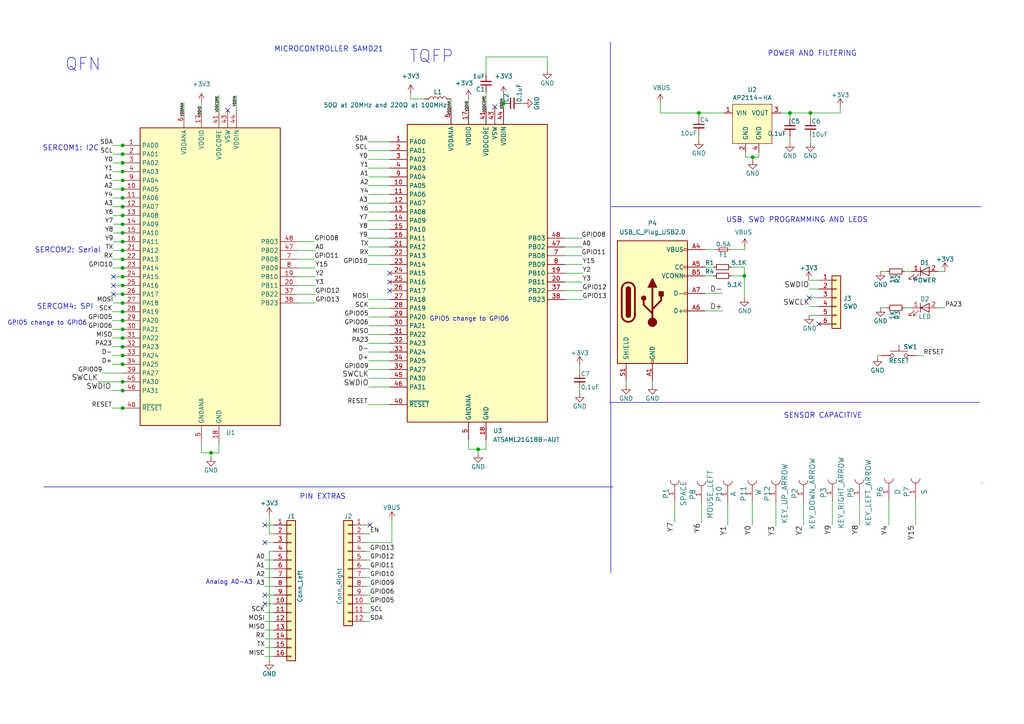
<source format=kicad_sch>
(kicad_sch (version 20230121) (generator eeschema)
  (paper "A4")
  (title_block (title "Meow Meow") (date "2022-05-30") (rev "3.1") (company "Electronic Cats") (comment 1 "Andres Sabas") (comment 2 "[OSHW] MX000003 | Certified open source hardware | oshwa.org/cert."))
  (junction (at 35.56 47.244))
  (junction (at 35.56 52.324))
  (junction (at 35.56 72.644))
  (junction (at 35.56 118.364))
  (junction (at 35.56 95.504))
  (junction (at 35.56 85.344))
  (junction (at 215.9 80.01))
  (junction (at 35.56 44.704))
  (junction (at 35.56 67.564))
  (junction (at 35.56 87.884))
  (junction (at 138.684 130.302))
  (junction (at 35.56 92.964))
  (junction (at 35.56 77.724))
  (junction (at 218.313 45.593))
  (junction (at 35.56 103.124))
  (junction (at 35.56 105.664))
  (junction (at 35.56 57.404))
  (junction (at 35.56 49.784))
  (junction (at 35.56 110.744))
  (junction (at 35.56 100.584))
  (junction (at 146.05 29.972))
  (junction (at 35.56 98.044))
  (junction (at 35.56 82.804))
  (junction (at 35.56 42.164))
  (junction (at 229.108 32.766))
  (junction (at 61.214 131.318))
  (junction (at 35.56 59.944))
  (junction (at 35.56 113.284))
  (junction (at 35.56 54.864))
  (junction (at 35.56 62.484))
  (junction (at 202.692 32.766))
  (junction (at 35.56 70.104))
  (junction (at 235.077 32.766))
  (junction (at 35.56 75.184))
  (junction (at 35.56 90.424))
  (junction (at 35.56 80.264))
  (junction (at 35.56 65.024))
  (no_connect (at 113.03 81.788))
  (no_connect (at 113.03 84.328))
  (no_connect (at 113.03 79.248))
  (no_connect (at 234.696 86.36))
  (no_connect (at 143.51 30.988))
  (no_connect (at 32.893 82.804))
  (no_connect (at 76.835 152.273))
  (no_connect (at 76.835 172.593))
  (no_connect (at 76.835 157.353))
  (no_connect (at 107.315 152.273))
  (no_connect (at 237.49 93.98))
  (no_connect (at 32.893 80.264))
  (no_connect (at 66.04 32.004))
  (no_connect (at 32.893 85.344))
  (no_connect (at 76.835 175.133))
  (wire (pts (xy 106.045 175.133) (xy 107.315 175.133)))
  (wire (pts (xy 106.045 177.673) (xy 107.315 177.673)))
  (wire (pts (xy 79.375 164.973) (xy 76.835 164.973)))
  (wire (pts (xy 265.557 145.1864) (xy 265.557 152.2984)))
  (wire (pts (xy 135.89 127.508) (xy 135.89 130.302)))
  (wire (pts (xy 35.56 90.424) (xy 32.639 90.424)))
  (wire (pts (xy 79.375 190.373) (xy 76.835 190.373)))
  (wire (pts (xy 106.68 64.008) (xy 113.03 64.008)))
  (wire (pts (xy 79.375 162.433) (xy 76.835 162.433)))
  (wire (pts (xy 257.302 78.74) (xy 255.397 78.74)))
  (wire (pts (xy 35.56 82.804) (xy 32.893 82.804)))
  (wire (pts (xy 106.68 69.088) (xy 113.03 69.088)))
  (wire (pts (xy 151.13 29.972) (xy 151.892 29.972)))
  (wire (pts (xy 106.934 91.948) (xy 113.03 91.948)))
  (wire (pts (xy 35.687 54.864) (xy 35.56 54.864)))
  (wire (pts (xy 249.301 145.4404) (xy 249.301 152.1714)))
  (wire (pts (xy 35.56 103.124) (xy 32.512 103.124)))
  (wire (pts (xy 86.36 75.184) (xy 91.186 75.184)))
  (wire (pts (xy 158.75 16.51) (xy 140.97 16.51)))
  (wire (pts (xy 35.56 113.284) (xy 32.258 113.284)))
  (wire (pts (xy 229.108 39.497) (xy 229.108 41.402)))
  (wire (pts (xy 225.044 145.6944) (xy 225.044 152.5524)))
  (wire (pts (xy 191.516 32.766) (xy 202.692 32.766)))
  (wire (pts (xy 106.934 99.568) (xy 113.03 99.568)))
  (polyline (pts (xy 177.038 59.944) (xy 284.607 59.944)))
  (wire (pts (xy 35.687 90.424) (xy 35.56 90.424)))
  (wire (pts (xy 106.045 172.593) (xy 107.315 172.593)))
  (wire (pts (xy 29.718 108.204) (xy 35.56 108.204)))
  (wire (pts (xy 35.56 118.364) (xy 32.512 118.364)))
  (wire (pts (xy 138.684 130.302) (xy 140.97 130.302)))
  (wire (pts (xy 216.281 45.593) (xy 218.313 45.593)))
  (wire (pts (xy 79.375 180.213) (xy 76.835 180.213)))
  (wire (pts (xy 135.89 30.988) (xy 135.89 28.702)))
  (wire (pts (xy 220.091 45.593) (xy 218.313 45.593)))
  (wire (pts (xy 237.49 91.44) (xy 234.696 91.44)))
  (wire (pts (xy 35.56 92.964) (xy 32.639 92.964)))
  (wire (pts (xy 35.687 118.364) (xy 35.56 118.364)))
  (wire (pts (xy 58.42 32.004) (xy 58.42 29.718)))
  (wire (pts (xy 202.692 32.766) (xy 209.931 32.766)))
  (wire (pts (xy 35.56 70.104) (xy 32.893 70.104)))
  (wire (pts (xy 35.56 75.184) (xy 32.766 75.184)))
  (wire (pts (xy 35.687 72.644) (xy 35.56 72.644)))
  (wire (pts (xy 106.934 86.868) (xy 113.03 86.868)))
  (wire (pts (xy 215.9 86.36) (xy 215.9 80.01)))
  (wire (pts (xy 272.034 89.281) (xy 274.066 89.281)))
  (wire (pts (xy 168.148 112.776) (xy 168.148 114.046)))
  (wire (pts (xy 163.83 84.328) (xy 168.91 84.328)))
  (wire (pts (xy 35.56 57.404) (xy 32.766 57.404)))
  (wire (pts (xy 58.42 128.524) (xy 58.42 131.318)))
  (wire (pts (xy 130.81 28.702) (xy 130.81 30.988)))
  (wire (pts (xy 79.375 170.053) (xy 76.835 170.053)))
  (wire (pts (xy 79.375 154.813) (xy 78.105 154.813)))
  (wire (pts (xy 35.56 44.704) (xy 35.687 44.704)))
  (wire (pts (xy 106.68 117.348) (xy 113.03 117.348)))
  (wire (pts (xy 61.214 131.318) (xy 63.5 131.318)))
  (wire (pts (xy 35.687 70.104) (xy 35.56 70.104)))
  (wire (pts (xy 106.934 104.648) (xy 113.03 104.648)))
  (wire (pts (xy 35.687 49.784) (xy 35.56 49.784)))
  (wire (pts (xy 237.49 88.9) (xy 234.823 88.9)))
  (wire (pts (xy 135.89 130.302) (xy 138.684 130.302)))
  (polyline (pts (xy 12.7 141.224) (xy 177.8 141.224)))
  (wire (pts (xy 35.56 67.564) (xy 32.893 67.564)))
  (polyline (pts (xy 177.038 12.319) (xy 176.911 12.319)))
  (wire (pts (xy 216.281 44.196) (xy 216.281 45.593)))
  (wire (pts (xy 138.684 130.302) (xy 138.684 131.572)))
  (wire (pts (xy 106.045 167.513) (xy 107.315 167.513)))
  (wire (pts (xy 35.56 95.504) (xy 32.639 95.504)))
  (wire (pts (xy 35.687 103.124) (xy 35.56 103.124)))
  (wire (pts (xy 215.9 80.01) (xy 215.9 77.47)))
  (wire (pts (xy 235.077 32.766) (xy 235.077 34.417)))
  (wire (pts (xy 123.19 28.702) (xy 119.126 28.702)))
  (wire (pts (xy 140.97 16.51) (xy 140.97 21.59)))
  (wire (pts (xy 86.36 85.344) (xy 91.44 85.344)))
  (wire (pts (xy 106.934 48.768) (xy 113.03 48.768)))
  (wire (pts (xy 35.56 65.024) (xy 32.893 65.024)))
  (wire (pts (xy 140.97 130.302) (xy 140.97 127.508)))
  (wire (pts (xy 106.68 76.708) (xy 113.03 76.708)))
  (wire (pts (xy 35.687 92.964) (xy 35.56 92.964)))
  (wire (pts (xy 35.56 85.344) (xy 32.893 85.344)))
  (wire (pts (xy 218.186 145.6944) (xy 218.186 152.2984)))
  (wire (pts (xy 106.045 164.973) (xy 107.315 164.973)))
  (wire (pts (xy 163.83 69.088) (xy 168.656 69.088)))
  (wire (pts (xy 106.934 74.168) (xy 113.03 74.168)))
  (wire (pts (xy 106.68 58.928) (xy 113.03 58.928)))
  (wire (pts (xy 212.09 80.01) (xy 215.9 80.01)))
  (wire (pts (xy 106.934 61.468) (xy 113.03 61.468)))
  (wire (pts (xy 106.934 102.108) (xy 113.03 102.108)))
  (wire (pts (xy 119.126 27.178) (xy 119.126 28.702)))
  (wire (pts (xy 264.414 78.74) (xy 262.382 78.74)))
  (wire (pts (xy 212.344 72.39) (xy 216.027 72.39)))
  (wire (pts (xy 163.83 74.168) (xy 168.656 74.168)))
  (wire (pts (xy 86.36 80.264) (xy 91.44 80.264)))
  (wire (pts (xy 79.375 185.293) (xy 76.835 185.293)))
  (wire (pts (xy 35.687 100.584) (xy 35.56 100.584)))
  (polyline (pts (xy 177.038 116.713) (xy 177.038 59.944)))
  (wire (pts (xy 237.49 86.36) (xy 234.696 86.36)))
  (wire (pts (xy 106.934 112.268) (xy 113.03 112.268)))
  (wire (pts (xy 106.045 152.273) (xy 107.315 152.273)))
  (wire (pts (xy 35.687 42.164) (xy 35.56 42.164)))
  (wire (pts (xy 35.687 105.664) (xy 35.56 105.664)))
  (wire (pts (xy 163.83 71.628) (xy 168.91 71.628)))
  (wire (pts (xy 168.148 105.918) (xy 168.148 107.696)))
  (wire (pts (xy 35.56 100.584) (xy 32.512 100.584)))
  (wire (pts (xy 218.313 45.593) (xy 218.313 46.482)))
  (polyline (pts (xy 284.226 116.713) (xy 176.784 116.713)))
  (wire (pts (xy 202.692 34.036) (xy 202.692 32.766)))
  (wire (pts (xy 255.651 103.124) (xy 254.508 103.124)))
  (wire (pts (xy 58.42 131.318) (xy 61.214 131.318)))
  (wire (pts (xy 86.36 70.104) (xy 91.186 70.104)))
  (wire (pts (xy 35.56 80.264) (xy 32.893 80.264)))
  (wire (pts (xy 79.375 157.353) (xy 76.835 157.353)))
  (wire (pts (xy 63.5 131.318) (xy 63.5 128.524)))
  (wire (pts (xy 35.56 59.944) (xy 32.766 59.944)))
  (wire (pts (xy 35.687 85.344) (xy 35.56 85.344)))
  (wire (pts (xy 35.56 105.664) (xy 32.512 105.664)))
  (wire (pts (xy 86.36 77.724) (xy 91.44 77.724)))
  (wire (pts (xy 257.302 89.281) (xy 255.397 89.281)))
  (wire (pts (xy 106.68 41.148) (xy 113.03 41.148)))
  (wire (pts (xy 63.5 27.686) (xy 63.5 32.004)))
  (wire (pts (xy 243.713 32.766) (xy 243.713 31.115)))
  (wire (pts (xy 229.108 32.766) (xy 235.077 32.766)))
  (wire (pts (xy 106.045 154.813) (xy 107.315 154.813)))
  (wire (pts (xy 163.83 81.788) (xy 168.91 81.788)))
  (wire (pts (xy 146.05 27.686) (xy 146.05 29.972)))
  (wire (pts (xy 106.68 43.688) (xy 113.03 43.688)))
  (wire (pts (xy 106.934 94.488) (xy 113.03 94.488)))
  (wire (pts (xy 106.68 46.228) (xy 113.03 46.228)))
  (wire (pts (xy 35.56 87.884) (xy 32.893 87.884)))
  (wire (pts (xy 35.687 95.504) (xy 35.56 95.504)))
  (wire (pts (xy 265.811 103.124) (xy 267.843 103.124)))
  (wire (pts (xy 106.045 157.353) (xy 113.665 157.353)))
  (wire (pts (xy 204.47 77.47) (xy 207.01 77.47)))
  (wire (pts (xy 106.934 97.028) (xy 113.03 97.028)))
  (wire (pts (xy 106.934 107.188) (xy 113.03 107.188)))
  (wire (pts (xy 203.454 145.9484) (xy 203.454 151.6634)))
  (wire (pts (xy 106.68 66.548) (xy 113.03 66.548)))
  (wire (pts (xy 35.687 52.324) (xy 35.56 52.324)))
  (wire (pts (xy 106.045 159.893) (xy 107.315 159.893)))
  (wire (pts (xy 79.375 177.673) (xy 76.835 177.673)))
  (wire (pts (xy 163.83 79.248) (xy 168.91 79.248)))
  (wire (pts (xy 215.9 77.47) (xy 212.09 77.47)))
  (wire (pts (xy 35.56 62.484) (xy 32.893 62.484)))
  (wire (pts (xy 35.56 98.044) (xy 32.639 98.044)))
  (wire (pts (xy 78.105 149.733) (xy 78.105 154.813)))
  (wire (pts (xy 204.47 90.17) (xy 209.55 90.17)))
  (wire (pts (xy 35.56 110.744) (xy 35.687 110.744)))
  (polyline (pts (xy 177.165 116.713) (xy 177.165 166.116)))
  (wire (pts (xy 32.766 44.704) (xy 35.56 44.704)))
  (wire (pts (xy 181.61 110.49) (xy 181.61 111.76)))
  (wire (pts (xy 106.045 170.053) (xy 107.315 170.053)))
  (wire (pts (xy 216.027 72.39) (xy 216.027 71.755)))
  (wire (pts (xy 257.81 145.1864) (xy 257.81 152.2984)))
  (wire (pts (xy 79.375 152.273) (xy 76.835 152.273)))
  (wire (pts (xy 106.934 71.628) (xy 113.03 71.628)))
  (wire (pts (xy 106.045 180.213) (xy 107.315 180.213)))
  (wire (pts (xy 35.56 49.784) (xy 32.766 49.784)))
  (wire (pts (xy 106.934 109.728) (xy 113.03 109.728)))
  (wire (pts (xy 204.47 72.39) (xy 207.264 72.39)))
  (wire (pts (xy 35.687 57.404) (xy 35.56 57.404)))
  (wire (pts (xy 220.091 44.196) (xy 220.091 45.593)))
  (wire (pts (xy 237.49 81.28) (xy 234.569 81.28)))
  (wire (pts (xy 35.56 42.164) (xy 32.766 42.164)))
  (wire (pts (xy 79.375 172.593) (xy 76.835 172.593)))
  (wire (pts (xy 35.687 98.044) (xy 35.56 98.044)))
  (wire (pts (xy 233.045 145.6944) (xy 233.045 152.4254)))
  (wire (pts (xy 79.375 175.133) (xy 76.835 175.133)))
  (wire (pts (xy 140.97 26.67) (xy 140.97 30.988)))
  (wire (pts (xy 35.687 77.724) (xy 35.56 77.724)))
  (wire (pts (xy 35.687 47.244) (xy 35.56 47.244)))
  (wire (pts (xy 163.83 76.708) (xy 168.91 76.708)))
  (wire (pts (xy 235.077 39.497) (xy 235.077 41.402)))
  (wire (pts (xy 35.56 72.644) (xy 32.893 72.644)))
  (wire (pts (xy 35.687 65.024) (xy 35.56 65.024)))
  (wire (pts (xy 35.687 80.264) (xy 35.56 80.264)))
  (wire (pts (xy 204.47 80.01) (xy 207.01 80.01)))
  (wire (pts (xy 35.56 77.724) (xy 32.766 77.724)))
  (wire (pts (xy 189.23 110.49) (xy 189.23 111.76)))
  (wire (pts (xy 28.321 110.744) (xy 35.56 110.744)))
  (wire (pts (xy 146.05 29.972) (xy 146.05 30.988)))
  (wire (pts (xy 35.56 54.864) (xy 32.766 54.864)))
  (wire (pts (xy 35.56 47.244) (xy 32.766 47.244)))
  (wire (pts (xy 237.49 83.82) (xy 234.696 83.82)))
  (wire (pts (xy 79.375 167.513) (xy 76.835 167.513)))
  (wire (pts (xy 158.75 20.32) (xy 158.75 16.51)))
  (wire (pts (xy 106.934 53.848) (xy 113.03 53.848)))
  (polyline (pts (xy 284.861 140.081) (xy 284.861 140.208)))
  (wire (pts (xy 106.934 51.308) (xy 113.03 51.308)))
  (wire (pts (xy 53.34 29.718) (xy 53.34 32.004)))
  (wire (pts (xy 79.375 159.893) (xy 78.105 159.893)))
  (wire (pts (xy 68.58 27.686) (xy 68.58 32.004)))
  (wire (pts (xy 211.074 145.8214) (xy 211.074 152.4254)))
  (wire (pts (xy 202.692 39.116) (xy 202.692 40.64)))
  (wire (pts (xy 35.56 52.324) (xy 32.766 52.324)))
  (polyline (pts (xy 177.038 59.69) (xy 177.038 12.319)))
  (wire (pts (xy 35.687 87.884) (xy 35.56 87.884)))
  (wire (pts (xy 191.516 32.766) (xy 191.516 29.845)))
  (wire (pts (xy 106.045 162.433) (xy 107.315 162.433)))
  (wire (pts (xy 254.508 103.124) (xy 254.508 103.632)))
  (wire (pts (xy 113.665 151.003) (xy 113.665 157.353)))
  (wire (pts (xy 86.36 82.804) (xy 91.44 82.804)))
  (wire (pts (xy 35.687 59.944) (xy 35.56 59.944)))
  (wire (pts (xy 35.687 67.564) (xy 35.56 67.564)))
  (wire (pts (xy 35.687 113.284) (xy 35.56 113.284)))
  (wire (pts (xy 163.83 86.868) (xy 168.91 86.868)))
  (wire (pts (xy 264.414 89.281) (xy 262.382 89.281)))
  (wire (pts (xy 235.077 32.766) (xy 243.713 32.766)))
  (wire (pts (xy 61.214 131.318) (xy 61.214 132.588)))
  (wire (pts (xy 106.934 56.388) (xy 113.03 56.388)))
  (wire (pts (xy 79.375 187.833) (xy 76.835 187.833)))
  (wire (pts (xy 272.034 78.74) (xy 274.066 78.74)))
  (wire (pts (xy 35.687 62.484) (xy 35.56 62.484)))
  (wire (pts (xy 241.427 145.4404) (xy 241.427 152.1714)))
  (wire (pts (xy 79.375 182.753) (xy 76.835 182.753)))
  (wire (pts (xy 86.36 87.884) (xy 91.44 87.884)))
  (wire (pts (xy 195.707 145.6944) (xy 195.707 151.4094)))
  (wire (pts (xy 35.687 75.184) (xy 35.56 75.184)))
  (wire (pts (xy 78.105 159.893) (xy 78.105 191.643)))
  (wire (pts (xy 229.108 34.417) (xy 229.108 32.766)))
  (wire (pts (xy 35.687 82.804) (xy 35.56 82.804)))
  (wire (pts (xy 106.934 89.408) (xy 113.03 89.408)))
  (wire (pts (xy 86.36 72.644) (xy 91.44 72.644)))
  (wire (pts (xy 204.47 85.09) (xy 209.55 85.09)))
  (wire (pts (xy 226.441 32.766) (xy 229.108 32.766)))
  (text "USB, SWD PROGRAMMING AND LEDS" (at 210.566 64.77 0) (effects (font (size 1.524 1.524)) (justify left bottom)))
  (text "PIN EXTRAS" (at 86.868 145.034 0) (effects (font (size 1.524 1.524)) (justify left bottom)))
  (text "GPIO5 change to GPIO6" (at 124.587 93.345 0) (effects (font (size 1.27 1.27)) (justify left bottom)))
  (text "Analog A0-A3" (at 59.6392 169.672 0) (effects (font (size 1.27 1.27)) (justify left bottom)))
  (text "SERCOM2: Serial" (at 10.033 73.533 0) (effects (font (size 1.524 1.524)) (justify left bottom)))
  (text "MICROCONTROLLER SAMD21" (at 79.502 15.24 0) (effects (font (size 1.524 1.524)) (justify left bottom)))
  (text "POWER AND FILTERING" (at 222.631 16.51 0) (effects (font (size 1.524 1.524)) (justify left bottom)))
  (text "TQFP" (at 118.618 18.542 0) (effects (font (size 3.5052 3.5052)) (justify left bottom)))
  (text "SENSOR CAPACITIVE" (at 227.2792 121.5136 0) (effects (font (size 1.524 1.524)) (justify left bottom)))
  (text "SERCOM1: I2C" (at 12.319 43.942 0) (effects (font (size 1.524 1.524)) (justify left bottom)))
  (text "GPIO5 change to GPIO6" (at 2.159 94.488 0) (effects (font (size 1.27 1.27)) (justify left bottom)))
  (text "QFN" (at 18.796 20.828 0) (effects (font (size 3.5052 3.5052)) (justify left bottom)))
  (text "SERCOM4: SPI" (at 10.668 89.916 0) (effects (font (size 1.524 1.524)) (justify left bottom)))
  (label "MISO" (at 32.639 98.044 180))
  (label "GPIO08" (at 91.186 70.104 0))
  (label "SCL" (at 107.315 177.673 0))
  (label "GPIO10" (at 32.766 77.724 180))
  (label "Y8" (at 249.301 152.1714 270) (effects (font (size 1.524 1.524))))
  (label "GPIO05" (at 106.934 91.948 180))
  (label "Y1" (at 106.934 48.768 180))
  (label "RESET" (at 32.512 118.364 180))
  (label "GPIO06" (at 106.934 94.488 180))
  (label "A1" (at 106.934 51.308 180))
  (label "D-" (at 32.512 103.124 180))
  (label "GPIO10" (at 107.315 167.513 0))
  (label "Y3" (at 225.044 152.5524 270) (effects (font (size 1.524 1.524))))
  (label "Y8" (at 32.893 67.564 180))
  (label "Y9" (at 32.893 70.104 180))
  (label "VDDCORE" (at 63.5 27.686 270) (effects (font (size 0.7 0.7))))
  (label "A3" (at 76.835 170.053 180))
  (label "Y0" (at 106.68 46.228 180))
  (label "Y7" (at 195.707 151.4094 270) (effects (font (size 1.524 1.524))))
  (label "GPIO05" (at 107.315 175.133 0))
  (label "SDA" (at 32.766 42.164 180))
  (label "GPIO11" (at 168.656 74.168 0))
  (label "A3" (at 32.766 59.944 180))
  (label "A1" (at 76.835 164.973 180))
  (label "VDDIN" (at 146.05 28.448 270) (effects (font (size 0.7 0.7))))
  (label "A3" (at 106.68 58.928 180))
  (label "VDDIO" (at 58.42 30.734 270) (effects (font (size 0.7 0.7))))
  (label "Y6" (at 106.934 61.468 180))
  (label "SWDIO" (at 32.258 113.284 180) (effects (font (size 1.524 1.524))))
  (label "GPIO13" (at 107.315 159.893 0))
  (label "SWCLK" (at 234.823 88.9 180) (effects (font (size 1.524 1.524))))
  (label "GPIO06" (at 32.639 95.504 180))
  (label "EN" (at 107.315 154.813 0))
  (label "Y6" (at 203.454 151.6634 270) (effects (font (size 1.524 1.524))))
  (label "A0" (at 76.835 162.433 180))
  (label "Y15" (at 265.557 152.2984 270) (effects (font (size 1.524 1.524))))
  (label "Y9" (at 106.68 69.088 180))
  (label "Y4" (at 257.81 152.2984 270) (effects (font (size 1.524 1.524))))
  (label "RESET" (at 267.843 103.124 0))
  (label "Y15" (at 91.44 77.724 0))
  (label "SCL" (at 32.766 44.704 180))
  (label "VDDCORE" (at 140.97 27.686 270) (effects (font (size 0.7 0.7))))
  (label "VDDANA" (at 53.34 29.718 270) (effects (font (size 0.7 0.7))))
  (label "RX" (at 32.766 75.184 180))
  (label "D-" (at 209.55 85.09 180) (effects (font (size 1.524 1.524))))
  (label "MOSI" (at 106.934 86.868 180))
  (label "D+" (at 106.934 104.648 180))
  (label "SWDIO" (at 234.696 83.82 180) (effects (font (size 1.524 1.524))))
  (label "A0" (at 168.91 71.628 0))
  (label "Y2" (at 168.91 79.248 0))
  (label "SWDIO" (at 106.934 112.268 180) (effects (font (size 1.524 1.524))))
  (label "MISO" (at 76.835 182.753 180))
  (label "RX" (at 76.835 185.293 180))
  (label "SWCLK" (at 28.448 110.744 180) (effects (font (size 1.524 1.524))))
  (label "SCK" (at 32.639 90.424 180))
  (label "GPIO09" (at 107.315 170.053 0))
  (label "SDA" (at 106.68 41.148 180))
  (label "GPIO11" (at 107.315 164.973 0))
  (label "TX" (at 32.893 72.644 180))
  (label "RESET" (at 106.68 117.348 180))
  (label "GPIO10" (at 106.68 76.708 180))
  (label "Y2" (at 91.44 80.264 0))
  (label "VDDANA" (at 130.81 29.21 270) (effects (font (size 0.7 0.7))))
  (label "GPIO09" (at 106.934 107.188 180))
  (label "SCL" (at 106.68 43.688 180))
  (label "Y3" (at 91.44 82.804 0))
  (label "GPIO12" (at 107.315 162.433 0))
  (label "MISC" (at 76.835 190.373 180))
  (label "Y8" (at 106.68 66.548 180))
  (label "A1" (at 32.766 52.324 180))
  (label "Y7" (at 32.893 65.024 180))
  (label "A2" (at 32.766 54.864 180))
  (label "GPIO11" (at 91.186 75.184 0))
  (label "SCK" (at 76.835 177.673 180))
  (label "Y2" (at 233.045 152.4254 270) (effects (font (size 1.524 1.524))))
  (label "VDDIN" (at 68.58 27.686 270) (effects (font (size 0.7 0.7))))
  (label "GPIO13" (at 91.44 87.884 0))
  (label "GPIO13" (at 168.91 86.868 0))
  (label "PA23" (at 106.934 99.568 180))
  (label "Y0" (at 218.186 152.2984 270) (effects (font (size 1.524 1.524))))
  (label "D+" (at 32.512 105.664 180))
  (label "RX" (at 106.934 74.168 180))
  (label "VDDIO" (at 135.89 29.21 270) (effects (font (size 0.7 0.7))))
  (label "GPIO12" (at 91.44 85.344 0))
  (label "GPIO05" (at 32.639 92.964 180))
  (label "SWCLK" (at 106.934 109.728 180) (effects (font (size 1.524 1.524))))
  (label "TX" (at 106.934 71.628 180))
  (label "PA23" (at 274.066 89.281 0))
  (label "D+" (at 209.55 90.17 180) (effects (font (size 1.524 1.524))))
  (label "SCK" (at 106.934 89.408 180))
  (label "Y7" (at 106.68 64.008 180))
  (label "A0" (at 91.44 72.644 0))
  (label "SDA" (at 107.315 180.213 0))
  (label "GPIO09" (at 29.718 108.204 180))
  (label "D-" (at 106.934 102.108 180))
  (label "Y4" (at 106.934 56.388 180))
  (label "Y4" (at 32.766 57.404 180))
  (label "Y15" (at 168.91 76.708 0))
  (label "Y1" (at 32.766 49.784 180))
  (label "Y9" (at 241.427 152.1714 270) (effects (font (size 1.524 1.524))))
  (label "Y6" (at 32.893 62.484 180))
  (label "TX" (at 76.835 187.833 180))
  (label "MISO" (at 106.934 97.028 180))
  (label "Y3" (at 168.91 81.788 0))
  (label "MOSI" (at 32.893 87.884 180))
  (label "MOSI" (at 76.835 180.213 180))
  (label "GPIO12" (at 168.91 84.328 0))
  (label "PA23" (at 32.512 100.584 180))
  (label "Y1" (at 211.074 152.4254 270) (effects (font (size 1.524 1.524))))
  (label "A2" (at 106.934 53.848 180))
  (label "A2" (at 76.835 167.513 180))
  (label "GPIO06" (at 107.315 172.593 0))
  (label "GPIO08" (at 168.656 69.088 0))
  (label "Y0" (at 32.766 47.244 180))
  (symbol (lib_id "Meow-Meow-rescue:GND-MeowMeow-Meow-Meow-rescue-Meow-Meow-rescue-Meow-Meow-rescue") (at 189.23 111.76 0) (mirror y) (unit 1)
    (property "Reference" "#PWR01" (effects hide))
    (property "Value" "GND" (at 189.23 115.57 0))
  )
  (symbol (lib_id "Meow-Meow-rescue:CONN_01X01_FEMALE-MeowMeow-Meow-Meow-rescue-Meow-Meow-rescue-Meow-Meow-rescue") (at 265.557 142.6464 90) (unit 1)
    (property "Reference" "P7" (at 263.017 142.6464 0) (effects (font (size 1.524 1.524))))
    (property "Value" "S" (at 268.097 142.6464 0) (effects (font (size 1.524 1.524))))
    (property "Footprint" "Connectors_EC:SEWALLI_renew" (effects hide))
    (property "Part#" "---" (effects hide))
    (property "manf#" "---" (effects hide))
  )
  (symbol (lib_id "Meow-Meow-rescue:CONN_01X01_FEMALE-MeowMeow-Meow-Meow-rescue-Meow-Meow-rescue-Meow-Meow-rescue") (at 257.81 142.6464 90) (unit 1)
    (property "Reference" "P6" (at 255.27 142.6464 0) (effects (font (size 1.524 1.524))))
    (property "Value" "D" (at 260.35 142.6464 0) (effects (font (size 1.524 1.524))))
    (property "Footprint" "Connectors_EC:SEWALLI_renew" (effects hide))
    (property "Part#" "---" (effects hide))
    (property "manf#" "---" (effects hide))
  )
  (symbol (lib_id "Meow-Meow-rescue:CONN_01X01_FEMALE-MeowMeow-Meow-Meow-rescue-Meow-Meow-rescue-Meow-Meow-rescue") (at 241.427 142.9004 90) (unit 1)
    (property "Reference" "P3" (at 238.887 142.9004 0) (effects (font (size 1.524 1.524))))
    (property "Value" "KEY_RIGHT_ARROW" (at 243.967 142.9004 0) (effects (font (size 1.524 1.524))))
    (property "Footprint" "Connectors_EC:SEWALLI_renew" (effects hide))
    (property "Part#" "---" (effects hide))
    (property "manf#" "---" (effects hide))
  )
  (symbol (lib_id "Meow-Meow-rescue:CONN_01X01_FEMALE-MeowMeow-Meow-Meow-rescue-Meow-Meow-rescue-Meow-Meow-rescue") (at 233.045 143.1544 90) (unit 1)
    (property "Reference" "P2" (at 230.505 143.1544 0) (effects (font (size 1.524 1.524))))
    (property "Value" "KEY_DOWN_ARROW" (at 235.585 143.1544 0) (effects (font (size 1.524 1.524))))
    (property "Footprint" "Connectors_EC:SEWALLI_renew" (effects hide))
    (property "Part#" "---" (effects hide))
    (property "manf#" "---" (effects hide))
  )
  (symbol (lib_id "Meow-Meow-rescue:C_Small-MeowMeow-Meow-Meow-rescue-Meow-Meow-rescue-Meow-Meow-rescue") (at 202.692 36.576 0) (unit 1)
    (property "Reference" "C4" (at 202.946 34.798 0) (effects (justify left)))
    (property "Value" "10uF" (at 197.3326 38.6334 0) (effects (justify left)))
    (property "Footprint" "Capacitors_SMD:C_0805_HandSoldering" (effects hide))
    (property "LCSC#" "C90543" (effects hide))
    (property "manf#" "GRM21BC81C106KA73L" (effects hide))
    (property "Supplier " "LCSC" (effects hide))
  )
  (symbol (lib_id "Meow-Meow-rescue:C_Small-MeowMeow-Meow-Meow-rescue-Meow-Meow-rescue-Meow-Meow-rescue") (at 229.108 36.957 0) (unit 1)
    (property "Reference" "C5" (at 229.362 35.179 0) (effects (justify left)))
    (property "Value" "0.1uF" (at 222.631 38.735 0) (effects (justify left)))
    (property "Footprint" "Capacitors_SMD:C_0805_HandSoldering" (effects hide))
    (property "LCSC#" "C148241" (effects hide))
    (property "manf#" "FM21X104K101ECG" (effects hide))
    (property "Supplier " "LCSC" (effects hide))
  )
  (symbol (lib_id "Meow-Meow-rescue:C_Small-MeowMeow-Meow-Meow-rescue-Meow-Meow-rescue-Meow-Meow-rescue") (at 235.077 36.957 0) (unit 1)
    (property "Reference" "C6" (at 235.331 35.179 0) (effects (justify left)))
    (property "Value" "10uF" (at 235.331 38.989 0) (effects (justify left)))
    (property "Footprint" "Capacitors_SMD:C_0805_HandSoldering" (effects hide))
    (property "LCSC#" "C90543" (effects hide))
    (property "manf#" "GRM21BC81C106KA73L" (effects hide))
    (property "Supplier " "LCSC" (effects hide))
  )
  (symbol (lib_id "Meow-Meow-rescue:LED-MeowMeow-Meow-Meow-rescue-Meow-Meow-rescue-Meow-Meow-rescue") (at 268.224 78.74 0) (unit 1)
    (property "Reference" "D1" (at 268.224 76.2 0))
    (property "Value" "POWER" (at 268.224 81.28 0))
    (property "Footprint" "LEDs:LED_0805_HandSoldering" (effects hide))
    (property "LCSC#" "C130114" (effects hide))
    (property "manf#" "D-R080508L3-KS2" (effects hide))
    (property "Supplier " "LCSC" (effects hide))
  )
  (symbol (lib_id "Meow-Meow-rescue:R_Small-MeowMeow-Meow-Meow-rescue-Meow-Meow-rescue-Meow-Meow-rescue") (at 259.842 78.74 270) (unit 1)
    (property "Reference" "R2" (at 260.35 79.502 0) (effects (justify left)))
    (property "Value" "1K" (at 258.826 79.502 0) (effects (justify left)))
    (property "Footprint" "Resistor_SMD:R_0805_2012Metric" (effects hide))
    (property "LCSC#" "C25623" (effects hide))
    (property "manf#" "0805W8J0102T5E" (effects hide))
    (property "Supplier " "LCSC" (effects hide))
  )
  (symbol (lib_id "Meow-Meow-rescue:GND-MeowMeow-Meow-Meow-rescue-Meow-Meow-rescue-Meow-Meow-rescue") (at 255.397 78.74 0) (unit 1)
    (property "Reference" "#PWR03" (effects hide))
    (property "Value" "GND" (at 255.397 82.55 0))
  )
  (symbol (lib_id "Meow-Meow-rescue:+3.3V-MeowMeow-Meow-Meow-rescue-Meow-Meow-rescue-Meow-Meow-rescue") (at 274.066 78.74 0) (unit 1)
    (property "Reference" "#PWR04" (effects hide))
    (property "Value" "+3.3V" (at 274.066 75.184 0))
  )
  (symbol (lib_id "Meow-Meow-rescue:LED-MeowMeow-Meow-Meow-rescue-Meow-Meow-rescue-Meow-Meow-rescue") (at 268.224 89.281 0) (unit 1)
    (property "Reference" "D2" (at 268.224 86.741 0))
    (property "Value" "LED" (at 268.224 91.821 0))
    (property "Footprint" "LEDs:LED_0805_HandSoldering" (effects hide))
    (property "LCSC#" "C130114" (effects hide))
    (property "manf#" "D-R080508L3-KS2" (effects hide))
    (property "Supplier " "LCSC" (effects hide))
  )
  (symbol (lib_id "Meow-Meow-rescue:R_Small-MeowMeow-Meow-Meow-rescue-Meow-Meow-rescue-Meow-Meow-rescue") (at 259.842 89.281 270) (unit 1)
    (property "Reference" "R3" (at 260.35 90.043 0) (effects (justify left)))
    (property "Value" "1K" (at 258.826 90.043 0) (effects (justify left)))
    (property "Footprint" "Resistor_SMD:R_0805_2012Metric" (effects hide))
    (property "LCSC#" "C25623" (effects hide))
    (property "manf#" "0805W8J0102T5E" (effects hide))
    (property "Supplier " "LCSC" (effects hide))
  )
  (symbol (lib_id "Meow-Meow-rescue:GND-MeowMeow-Meow-Meow-rescue-Meow-Meow-rescue-Meow-Meow-rescue") (at 255.397 89.281 0) (unit 1)
    (property "Reference" "#PWR05" (effects hide))
    (property "Value" "GND" (at 255.397 93.091 0))
  )
  (symbol (lib_id "Meow-Meow-rescue:+3.3V-MeowMeow-Meow-Meow-rescue-Meow-Meow-rescue-Meow-Meow-rescue") (at 234.569 81.28 0) (unit 1)
    (property "Reference" "#PWR06" (effects hide))
    (property "Value" "+3.3V" (at 234.569 77.724 0))
  )
  (symbol (lib_id "Meow-Meow-rescue:GND-MeowMeow-Meow-Meow-rescue-Meow-Meow-rescue-Meow-Meow-rescue") (at 234.696 91.44 0) (unit 1)
    (property "Reference" "#PWR07" (effects hide))
    (property "Value" "GND" (at 234.823 95.25 0))
  )
  (symbol (lib_id "Meow-Meow-rescue:CONN_01X01_FEMALE-MeowMeow-Meow-Meow-rescue-Meow-Meow-rescue-Meow-Meow-rescue") (at 249.301 142.9004 90) (unit 1)
    (property "Reference" "P5" (at 246.761 142.9004 0) (effects (font (size 1.524 1.524))))
    (property "Value" "KEY_LEFT_ARROW" (at 251.841 142.9004 0) (effects (font (size 1.524 1.524))))
    (property "Footprint" "Connectors_EC:SEWALLI_renew" (effects hide))
    (property "Part#" "---" (effects hide))
    (property "manf#" "---" (effects hide))
  )
  (symbol (lib_id "Meow-Meow-rescue:GND-MeowMeow-Meow-Meow-rescue-Meow-Meow-rescue-Meow-Meow-rescue") (at 202.692 40.64 0) (unit 1)
    (property "Reference" "#PWR08" (effects hide))
    (property "Value" "GND" (at 202.692 44.45 0))
  )
  (symbol (lib_id "Meow-Meow-rescue:GND-MeowMeow-Meow-Meow-rescue-Meow-Meow-rescue-Meow-Meow-rescue") (at 218.313 46.482 0) (unit 1)
    (property "Reference" "#PWR09" (effects hide))
    (property "Value" "GND" (at 218.313 50.292 0))
  )
  (symbol (lib_id "Meow-Meow-rescue:+3.3V-MeowMeow-Meow-Meow-rescue-Meow-Meow-rescue-Meow-Meow-rescue") (at 243.713 31.115 0) (unit 1)
    (property "Reference" "#PWR011" (effects hide))
    (property "Value" "+3.3V" (at 243.713 27.559 0))
  )
  (symbol (lib_id "Meow-Meow-rescue:GND-MeowMeow-Meow-Meow-rescue-Meow-Meow-rescue-Meow-Meow-rescue") (at 235.077 41.402 0) (unit 1)
    (property "Reference" "#PWR012" (effects hide))
    (property "Value" "GND" (at 235.077 45.212 0))
  )
  (symbol (lib_id "Meow-Meow-rescue:GND-MeowMeow-Meow-Meow-rescue-Meow-Meow-rescue-Meow-Meow-rescue") (at 229.108 41.402 0) (unit 1)
    (property "Reference" "#PWR013" (effects hide))
    (property "Value" "GND" (at 229.108 45.212 0))
  )
  (symbol (lib_id "Meow-Meow-rescue:C_Small-MeowMeow-Meow-Meow-rescue-Meow-Meow-rescue-Meow-Meow-rescue") (at 140.97 24.13 180) (unit 1)
    (property "Reference" "C1" (at 140.716 25.908 0) (effects (justify left)))
    (property "Value" "1uF" (at 140.716 22.098 0) (effects (justify left)))
    (property "Footprint" "Capacitor_SMD:C_0603_1608Metric" (effects hide))
    (property "LCSC#" "C1592" (effects hide))
    (property "manf#" "CL10A105KO8NNNC" (effects hide))
    (property "Supplier " "LCSC" (effects hide))
  )
  (symbol (lib_id "Meow-Meow-rescue:GND-MeowMeow-Meow-Meow-rescue-Meow-Meow-rescue-Meow-Meow-rescue") (at 158.75 20.32 0) (unit 1)
    (property "Reference" "#PWR015" (effects hide))
    (property "Value" "GND" (at 158.75 24.13 0))
  )
  (symbol (lib_id "Meow-Meow-rescue:C_Small-MeowMeow-Meow-Meow-rescue-Meow-Meow-rescue-Meow-Meow-rescue") (at 148.59 29.972 90) (unit 1)
    (property "Reference" "C2" (at 146.812 29.718 0) (effects (justify left)))
    (property "Value" "0.1uF" (at 150.622 29.718 0) (effects (justify left)))
    (property "Footprint" "Capacitor_SMD:C_0603_1608Metric" (effects hide))
    (property "LCSC#" "C14663" (effects hide))
    (property "manf#" "CC0603KRX7R9BB104" (effects hide))
    (property "Supplier " "LCSC" (effects hide))
  )
  (symbol (lib_id "Meow-Meow-rescue:GND-MeowMeow-Meow-Meow-rescue-Meow-Meow-rescue-Meow-Meow-rescue") (at 151.892 29.972 90) (unit 1)
    (property "Reference" "#PWR017" (effects hide))
    (property "Value" "GND" (at 155.702 29.972 0))
  )
  (symbol (lib_id "Meow-Meow-rescue:CONN_01X01_FEMALE-MeowMeow-Meow-Meow-rescue-Meow-Meow-rescue-Meow-Meow-rescue") (at 225.044 143.1544 90) (unit 1)
    (property "Reference" "P12" (at 222.504 143.1544 0) (effects (font (size 1.524 1.524))))
    (property "Value" "KEY_UP_ARROW" (at 227.584 143.1544 0) (effects (font (size 1.524 1.524))))
    (property "Footprint" "Connectors_EC:SEWALLI_renew" (effects hide))
    (property "Part#" "---" (effects hide))
    (property "manf#" "---" (effects hide))
  )
  (symbol (lib_id "Meow-Meow-rescue:CONN_01X01_FEMALE-MeowMeow-Meow-Meow-rescue-Meow-Meow-rescue-Meow-Meow-rescue") (at 218.186 143.1544 90) (unit 1)
    (property "Reference" "P11" (at 215.646 143.1544 0) (effects (font (size 1.524 1.524))))
    (property "Value" "W" (at 219.964 142.7734 0) (effects (font (size 1.524 1.524))))
    (property "Footprint" "Connectors_EC:SEWALLI_renew" (effects hide))
    (property "Part#" "---" (effects hide))
    (property "manf#" "---" (effects hide))
  )
  (symbol (lib_id "Meow-Meow-rescue:CONN_01X01_FEMALE-MeowMeow-Meow-Meow-rescue-Meow-Meow-rescue-Meow-Meow-rescue") (at 203.454 143.4084 90) (unit 1)
    (property "Reference" "P8" (at 200.914 143.4084 0) (effects (font (size 1.524 1.524))))
    (property "Value" "MOUSE_LEFT" (at 205.994 143.4084 0) (effects (font (size 1.524 1.524))))
    (property "Footprint" "Connectors_EC:SEWALLI_renew" (effects hide))
    (property "Part#" "---" (effects hide))
    (property "manf#" "---" (effects hide))
  )
  (symbol (lib_id "Meow-Meow-rescue:CONN_01X01_FEMALE-MeowMeow-Meow-Meow-rescue-Meow-Meow-rescue-Meow-Meow-rescue") (at 195.707 143.1544 90) (unit 1)
    (property "Reference" "P1" (at 193.167 143.1544 0) (effects (font (size 1.524 1.524))))
    (property "Value" "SPACE" (at 198.247 143.1544 0) (effects (font (size 1.524 1.524))))
    (property "Footprint" "Connectors_EC:SEWALLI_renew" (effects hide))
    (property "Part#" "---" (effects hide))
    (property "manf#" "---" (effects hide))
  )
  (symbol (lib_id "Meow-Meow-rescue:CONN_01X01_FEMALE-MeowMeow-Meow-Meow-rescue-Meow-Meow-rescue-Meow-Meow-rescue") (at 211.074 143.2814 90) (unit 1)
    (property "Reference" "P10" (at 208.534 143.2814 0) (effects (font (size 1.524 1.524))))
    (property "Value" "A" (at 212.725 143.2814 0) (effects (font (size 1.524 1.524))))
    (property "Footprint" "Connectors_EC:SEWALLI_renew" (effects hide))
    (property "Part#" "---" (effects hide))
    (property "manf#" "---" (effects hide))
  )
  (symbol (lib_id "Device:Fuse_Small") (at 209.804 72.39 0) (mirror y) (unit 1)
    (property "Reference" "F1" (at 209.804 73.914 0))
    (property "Value" "0.5A" (at 209.804 70.866 0))
    (property "Footprint" "Resistors_SMD:R_1812_HandSoldering" (effects hide))
    (property "manf#" "0ZCG0030FF2C" (effects hide))
    (property "Supplier " "Mouser" (effects hide))
  )
  (symbol (lib_id "Meow-Meow-rescue:SW_Push-MeowMeow-Meow-Meow-rescue-Meow-Meow-rescue-Meow-Meow-rescue") (at 260.731 103.124 0) (unit 1)
    (property "Reference" "SW1" (at 262.001 100.584 0) (effects (justify left)))
    (property "Value" "RESET" (at 260.731 104.648 0))
    (property "Footprint" "Buttons_Switches_SMD:SW_SPST_TL3342" (effects hide))
    (property "LCSC#" "C318889" (effects hide))
    (property "manf#" "TS-1187A-C-C-B" (effects hide))
    (property "Supplier " "LCSC" (effects hide))
  )
  (symbol (lib_id "Meow-Meow-rescue:GND-MeowMeow-Meow-Meow-rescue-Meow-Meow-rescue-Meow-Meow-rescue") (at 254.508 103.632 0) (unit 1)
    (property "Reference" "#PWR020" (effects hide))
    (property "Value" "GND" (at 254.508 107.442 0))
  )
  (symbol (lib_id "Connector_Generic:Conn_01x12") (at 100.965 164.973 0) (mirror y) (unit 1)
    (property "Reference" "J2" (at 100.965 149.733 0))
    (property "Value" "Conn_Right" (at 98.425 170.053 90))
    (property "Footprint" "Connector_PinSocket_2.54mm:PinSocket_1x12_P2.54mm_Vertical_SMD_Pin1Right" (effects hide))
    (property "manf#" "610306243021" (effects hide))
    (property "Supplier " "Wurth " (effects hide))
  )
  (symbol (lib_id "Connector_Generic:Conn_01x16") (at 84.455 170.053 0) (unit 1)
    (property "Reference" "J1" (at 84.455 149.733 0))
    (property "Value" "Conn_Left" (at 86.995 170.053 90))
    (property "Footprint" "Connector_PinSocket_2.54mm:PinSocket_1x16_P2.54mm_Vertical_SMD_Pin1Right" (effects hide))
    (property "manf#" "610306243021" (effects hide))
    (property "Supplier " "Wurth " (effects hide))
  )
  (symbol (lib_id "power:VBUS") (at 113.665 151.003 0) (unit 1)
    (property "Reference" "#PWR0104" (effects hide))
    (property "Value" "VBUS" (at 113.665 147.193 0))
  )
  (symbol (lib_id "power:+3.3V") (at 78.105 149.733 0) (unit 1)
    (property "Reference" "#PWR0107" (effects hide))
    (property "Value" "+3.3V" (at 78.105 145.923 0))
  )
  (symbol (lib_id "power:GND") (at 78.105 191.643 0) (unit 1)
    (property "Reference" "#PWR0108" (effects hide))
    (property "Value" "GND" (at 78.105 195.453 0))
  )
  (symbol (lib_id "power:VBUS") (at 216.027 71.755 0) (mirror y) (unit 1)
    (property "Reference" "#PWR0101" (effects hide))
    (property "Value" "VBUS" (at 215.646 67.3608 0))
  )
  (symbol (lib_id "power:VBUS") (at 191.516 29.845 0) (unit 1)
    (property "Reference" "#PWR0102" (effects hide))
    (property "Value" "VBUS" (at 191.897 25.4508 0))
  )
  (symbol (lib_id "Meow-Meow-rescue:GND-MeowMeow-Meow-Meow-rescue-Meow-Meow-rescue-Meow-Meow-rescue") (at 138.684 131.572 0) (unit 1)
    (property "Reference" "#PWR0103" (effects hide))
    (property "Value" "GND" (at 138.684 135.382 0))
  )
  (symbol (lib_id "Meow-Meow-rescue:AP2114-HA") (at 217.551 35.306 0) (unit 1)
    (property "Reference" "U2" (at 218.186 26.035 0))
    (property "Value" "AP2114-HA" (at 218.186 28.3464 0))
    (property "Footprint" "Package_TO_SOT_SMD:SOT-223" (effects hide))
    (property "manf#" "AP2114HA3.3TRG1" (effects hide))
    (property "Supplier " "Mouser " (effects hide))
  )
  (symbol (lib_id "Connector_Generic:Conn_01x06") (at 242.57 86.36 0) (unit 1)
    (property "Reference" "J3" (at 244.602 86.5632 0) (effects (justify left)))
    (property "Value" "SWD" (at 244.602 88.8746 0) (effects (justify left)))
    (property "Footprint" "Connector:Tag-Connect_TC2030-IDC-NL_2x03_P1.27mm_Vertical" (effects hide))
    (property "Part#" "---" (effects hide))
    (property "manf#" "---" (effects hide))
  )
  (symbol (lib_id "Meow-Meow-rescue:C_Small-MeowMeow-Meow-Meow-rescue-Meow-Meow-rescue-Meow-Meow-rescue") (at 168.148 110.236 0) (unit 1)
    (property "Reference" "C7" (at 168.402 108.458 0) (effects (justify left)))
    (property "Value" "0.1uF" (at 168.402 112.268 0) (effects (justify left)))
    (property "Footprint" "Capacitor_SMD:C_0603_1608Metric" (effects hide))
    (property "LCSC#" "C14663" (effects hide))
    (property "manf#" "CC0603KRX7R9BB104" (effects hide))
    (property "Supplier " "LCSC" (effects hide))
  )
  (symbol (lib_id "Meow-Meow-rescue:+3.3V-MeowMeow-Meow-Meow-rescue-Meow-Meow-rescue-Meow-Meow-rescue") (at 168.148 105.918 0) (unit 1)
    (property "Reference" "#PWR02" (effects hide))
    (property "Value" "+3.3V" (at 168.148 102.362 0))
  )
  (symbol (lib_id "Meow-Meow-rescue:GND-MeowMeow-Meow-Meow-rescue-Meow-Meow-rescue-Meow-Meow-rescue") (at 168.148 114.046 0) (unit 1)
    (property "Reference" "#PWR010" (effects hide))
    (property "Value" "GND" (at 168.148 117.856 0))
  )
  (symbol (lib_id "Connector:USB_C_Plug_USB2.0") (at 189.23 87.63 0) (unit 1)
    (property "Reference" "P4" (at 189.23 64.77 0))
    (property "Value" "USB_C_Plug_USB2.0" (at 189.23 67.31 0))
    (property "Footprint" "Connectors:C393939" (effects hide))
    (property "Datasheet" "https://www.usb.org/sites/default/files/documents/usb_type-c.zip" (effects hide))
    (property "LCSC#" "C2987386" (effects hide))
    (property "manf#" "TYPE-C-2.0-16PIN-SMT-3" (effects hide))
    (property "Supplier " "LCSC" (effects hide))
  )
  (symbol (lib_id "power:+3.3V") (at 135.89 28.702 0) (unit 1)
    (property "Reference" "#PWR0110" (effects hide))
    (property "Value" "+3.3V" (at 134.62 24.13 0))
  )
  (symbol (lib_id "Meow-Meow-rescue:GND-MeowMeow-Meow-Meow-rescue-Meow-Meow-rescue-Meow-Meow-rescue") (at 61.214 132.588 0) (unit 1)
    (property "Reference" "#PWR0105" (effects hide))
    (property "Value" "GND" (at 61.214 136.398 0))
  )
  (symbol (lib_id "Device:L") (at 127 28.702 90) (unit 1)
    (property "Reference" "L1" (at 127 26.67 90))
    (property "Value" "50Ω at 20MHz and 220Ω at 100MHz" (at 111.76 30.48 90))
    (property "Footprint" "Inductor_SMD:L_0805_2012Metric" (effects hide))
    (property "LCSC#" "C85840" (effects hide))
    (property "manf#" "BLM21PG221SN1D" (effects hide))
    (property "Supplier " "Mouser " (effects hide))
  )
  (symbol (lib_id "power:+3.3V") (at 119.126 27.178 0) (unit 1)
    (property "Reference" "#PWR0111" (effects hide))
    (property "Value" "+3.3V" (at 119.126 22.098 0))
  )
  (symbol (lib_id "Meow-Meow-rescue:R_Small-MeowMeow-Meow-Meow-rescue-Meow-Meow-rescue-Meow-Meow-rescue") (at 209.55 80.01 270) (unit 1)
    (property "Reference" "R4" (at 204.47 78.74 90) (effects (justify left)))
    (property "Value" "5.1K" (at 210.82 82.55 90) (effects (justify left)))
    (property "Footprint" "Resistor_SMD:R_0805_2012Metric" (effects hide))
    (property "manf#" "CR0805-FX-5101ELF" (effects hide))
    (property "Supplier " "Mouser" (effects hide))
  )
  (symbol (lib_id "MCU_Microchip_SAML:ATSAML21G18B-MUT") (at 60.96 80.264 0) (unit 1)
    (property "Reference" "U1" (at 65.5194 125.476 0) (effects (justify left)))
    (property "Value" "ATSAML21G18B-MUT" (effects hide))
    (property "Footprint" "Package_DFN_QFN:QFN-48-1EP_7x7mm_P0.5mm_EP5.15x5.15mm" (effects hide))
    (property "Datasheet" "http://ww1.microchip.com/downloads/en/DeviceDoc/60001477A.pdf" (effects hide))
    (property "manf#" "ATSAML21G18B-MUT" (effects hide))
    (property "DNP" "Yes " (effects hide))
    (property "Supplier " "Mouser " (effects hide))
  )
  (symbol (lib_id "MCU_Microchip_SAML:ATSAML21G18B-AUT") (at 138.43 79.248 0) (unit 1)
    (property "Reference" "U3" (at 142.9894 124.968 0) (effects (justify left)))
    (property "Value" "ATSAML21G18B-AUT" (at 142.9894 127.508 0) (effects (justify left)))
    (property "Footprint" "Package_QFP:TQFP-48_7x7mm_P0.5mm" (effects hide))
    (property "Datasheet" "http://ww1.microchip.com/downloads/en/DeviceDoc/60001477A.pdf" (effects hide))
    (property "manf#" "ATSAML21G18B-AUT" (effects hide))
    (property "Supplier " "Mouser " (effects hide))
  )
  (symbol (lib_id "Meow-Meow-rescue:GND-MeowMeow-Meow-Meow-rescue-Meow-Meow-rescue-Meow-Meow-rescue") (at 215.9 86.36 0) (unit 1)
    (property "Reference" "#PWR0113" (effects hide))
    (property "Value" "GND" (at 216.027 90.17 0))
  )
  (symbol (lib_id "power:+3.3V") (at 146.05 27.686 0) (unit 1)
    (property "Reference" "#PWR0109" (effects hide))
    (property "Value" "+3.3V" (at 146.05 22.098 0))
  )
  (symbol (lib_id "Meow-Meow-rescue:R_Small-MeowMeow-Meow-Meow-rescue-Meow-Meow-rescue-Meow-Meow-rescue") (at 209.55 77.47 270) (unit 1)
    (property "Reference" "R1" (at 204.47 76.2 90) (effects (justify left)))
    (property "Value" "5.1K" (at 212.09 76.2 90) (effects (justify left)))
    (property "Footprint" "Resistor_SMD:R_0805_2012Metric" (effects hide))
    (property "manf#" "CR0805-FX-5101ELF" (effects hide))
    (property "Supplier " "Mouser" (effects hide))
  )
  (symbol (lib_id "Meow-Meow-rescue:GND-MeowMeow-Meow-Meow-rescue-Meow-Meow-rescue-Meow-Meow-rescue") (at 181.61 111.76 0) (mirror y) (unit 1)
    (property "Reference" "#PWR0112" (effects hide))
    (property "Value" "GND" (at 181.61 115.57 0))
  )
  (symbol (lib_id "power:+3.3V") (at 58.42 29.718 0) (unit 1)
    (property "Reference" "#PWR0106" (effects hide))
    (property "Value" "+3.3V" (at 58.42 24.384 0))
  )
)
</source>
